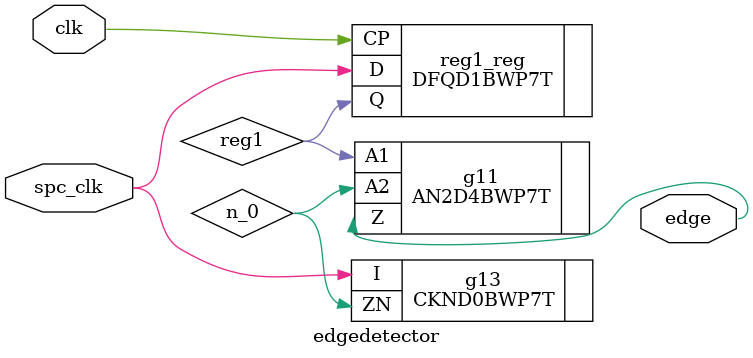
<source format=v>


// Verification Directory fv/edgedetector 

module edgedetector(clk, spc_clk, \edge );
  input clk, spc_clk;
  output \edge ;
  wire clk, spc_clk;
  wire \edge ;
  wire n_0, reg1;
  AN2D4BWP7T g11(.A1 (reg1), .A2 (n_0), .Z (\edge ));
  DFQD1BWP7T reg1_reg(.CP (clk), .D (spc_clk), .Q (reg1));
  CKND0BWP7T g13(.I (spc_clk), .ZN (n_0));
endmodule


</source>
